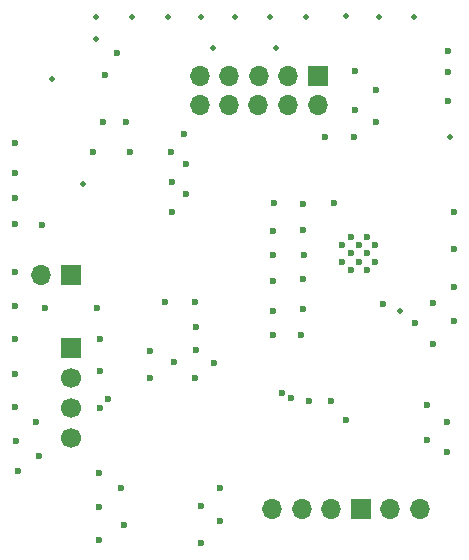
<source format=gbr>
%TF.GenerationSoftware,KiCad,Pcbnew,9.0.1*%
%TF.CreationDate,2025-10-26T23:50:52+01:00*%
%TF.ProjectId,onyks-iot-esp32-storage-rfid,6f6e796b-732d-4696-9f74-2d6573703332,rev?*%
%TF.SameCoordinates,Original*%
%TF.FileFunction,Copper,L3,Inr*%
%TF.FilePolarity,Positive*%
%FSLAX46Y46*%
G04 Gerber Fmt 4.6, Leading zero omitted, Abs format (unit mm)*
G04 Created by KiCad (PCBNEW 9.0.1) date 2025-10-26 23:50:52*
%MOMM*%
%LPD*%
G01*
G04 APERTURE LIST*
%TA.AperFunction,ComponentPad*%
%ADD10R,1.700000X1.700000*%
%TD*%
%TA.AperFunction,ComponentPad*%
%ADD11C,1.700000*%
%TD*%
%TA.AperFunction,HeatsinkPad*%
%ADD12C,0.600000*%
%TD*%
%TA.AperFunction,ComponentPad*%
%ADD13O,1.700000X1.700000*%
%TD*%
%TA.AperFunction,ViaPad*%
%ADD14C,0.600000*%
%TD*%
%TA.AperFunction,ViaPad*%
%ADD15C,0.500000*%
%TD*%
G04 APERTURE END LIST*
D10*
%TO.N,VCC*%
%TO.C,J4*%
X134200000Y-120800000D03*
D11*
%TO.N,/ESP32/RXD*%
X134200000Y-123340000D03*
%TO.N,/ESP32/TXD*%
X134200000Y-125880000D03*
%TO.N,GND*%
X134200000Y-128420000D03*
%TD*%
D12*
%TO.N,GND*%
%TO.C,U1*%
X159250000Y-111350000D03*
X157850000Y-111350000D03*
X159950000Y-112050000D03*
X158550000Y-112050000D03*
X157150000Y-112050000D03*
X159250000Y-112725000D03*
X157850000Y-112725000D03*
X159950000Y-113450000D03*
X158550000Y-113450000D03*
X157150000Y-113450000D03*
X159250000Y-114150000D03*
X157850000Y-114150000D03*
%TD*%
D10*
%TO.N,VDD33*%
%TO.C,J3*%
X155080000Y-97700000D03*
D13*
%TO.N,GND*%
X152580000Y-97700000D03*
X150080000Y-97700000D03*
%TO.N,unconnected-(J3-Pin_4-Pad4)*%
X147580000Y-97700000D03*
%TO.N,GND*%
X145080000Y-97700000D03*
%TO.N,/ESP32/MTMS*%
X152580000Y-100200000D03*
%TO.N,/ESP32/MTCK*%
X147580000Y-100200000D03*
%TO.N,/ESP32/MTDO*%
X145080000Y-100200000D03*
%TO.N,/ESP32/MTDI*%
X150000000Y-100200000D03*
%TO.N,unconnected-(J3-Pin_10-Pad10)*%
X155080000Y-100200000D03*
%TD*%
D10*
%TO.N,VDD33*%
%TO.C,J2*%
X158700000Y-134400000D03*
D13*
%TO.N,GND*%
X151200000Y-134400000D03*
%TO.N,/ESP32/PROGRAM_RXD*%
X161200000Y-134400000D03*
%TO.N,/ESP32/PROGRAM_TXD*%
X163740000Y-134400000D03*
%TO.N,/ESP32/DTR*%
X156200000Y-134400000D03*
%TO.N,/ESP32/RTS*%
X153700000Y-134400000D03*
%TD*%
D10*
%TO.N,VCC*%
%TO.C,J1*%
X134200000Y-114600000D03*
D13*
%TO.N,GND*%
X131660000Y-114600000D03*
%TD*%
D14*
%TO.N,/ESP32/EN*%
X160608000Y-117047000D03*
X157480000Y-126838000D03*
%TO.N,GND*%
X138049000Y-95758000D03*
X151257000Y-112903000D03*
X142621000Y-104140000D03*
X136017000Y-104140000D03*
X136525000Y-134239000D03*
X136525000Y-131318000D03*
X158242000Y-100584000D03*
X166116000Y-99822000D03*
X166116000Y-95631000D03*
X166116000Y-97409000D03*
X131445000Y-129921000D03*
X136652000Y-120015000D03*
X155702000Y-102870000D03*
X151384000Y-108458000D03*
D15*
X146177000Y-95377000D03*
D14*
X151257000Y-119634000D03*
D15*
X145161000Y-92710000D03*
D14*
X154305000Y-125222000D03*
X156210000Y-125222000D03*
X140843000Y-123317000D03*
X166624000Y-115570000D03*
D15*
X135200000Y-106850000D03*
D14*
X153924000Y-112903000D03*
X129667000Y-131191000D03*
X151257000Y-115062000D03*
X138430000Y-132588000D03*
X129413000Y-110236000D03*
X146812000Y-135382000D03*
D15*
X154051000Y-92710000D03*
D14*
X160020000Y-98933000D03*
X153797000Y-110744000D03*
X166624000Y-109220000D03*
X143891000Y-105156000D03*
D15*
X151003000Y-92710000D03*
D14*
X153797000Y-114935000D03*
X144653000Y-116840000D03*
X131191000Y-127000000D03*
X136906000Y-101600000D03*
X146304000Y-122047000D03*
X160020000Y-101600000D03*
X144780000Y-120904000D03*
X166624000Y-112395000D03*
X136652000Y-122682000D03*
D15*
X142367000Y-92710000D03*
D14*
X151257000Y-117602000D03*
X144653000Y-123317000D03*
X164338000Y-125603000D03*
X158115000Y-102870000D03*
X151257000Y-110871000D03*
D15*
X160274000Y-92710000D03*
D14*
X129413000Y-114300000D03*
X139192000Y-104140000D03*
X164846000Y-116967000D03*
X158242000Y-97282000D03*
X156464000Y-108458000D03*
X138811000Y-101600000D03*
X143764000Y-102616000D03*
D15*
X157443172Y-92659738D03*
X148082000Y-92710000D03*
D14*
X163322000Y-118618000D03*
D15*
X139319000Y-92710000D03*
D14*
X138684000Y-135763000D03*
D15*
X132600000Y-98000000D03*
D14*
X166624000Y-118491000D03*
X143891000Y-107696000D03*
X142748000Y-109220000D03*
X165989000Y-127000000D03*
X137033000Y-97663000D03*
X129540000Y-128651000D03*
X146812000Y-132588000D03*
D15*
X151511000Y-95377000D03*
D14*
X164846000Y-120396000D03*
X142875000Y-121920000D03*
X164338000Y-128524000D03*
X131953000Y-117348000D03*
X129413000Y-108077000D03*
X129413000Y-117221000D03*
X153797000Y-108585000D03*
D15*
X136271000Y-92710000D03*
D14*
X145161000Y-134112000D03*
X129413000Y-120015000D03*
X153797000Y-117475000D03*
X136525000Y-137033000D03*
X129413000Y-105918000D03*
X142748000Y-106680000D03*
X145161000Y-137287000D03*
X140843000Y-121031000D03*
D15*
X166243000Y-102870000D03*
X163195000Y-92710000D03*
D14*
X165989000Y-129540000D03*
D15*
X136271000Y-94615000D03*
D14*
X144780000Y-118999000D03*
X129413000Y-122936000D03*
X136398000Y-117348000D03*
X129413000Y-103378000D03*
X129413000Y-125730000D03*
X153670000Y-119634000D03*
X131699000Y-110363000D03*
X142113000Y-116840000D03*
D15*
%TO.N,VDD33*%
X162000000Y-117600000D03*
D14*
%TO.N,/ESP32/TXD*%
X152806500Y-124993500D03*
X136652000Y-125880000D03*
%TO.N,/ESP32/RXD*%
X137287000Y-125080000D03*
X152016000Y-124584000D03*
%TD*%
M02*

</source>
